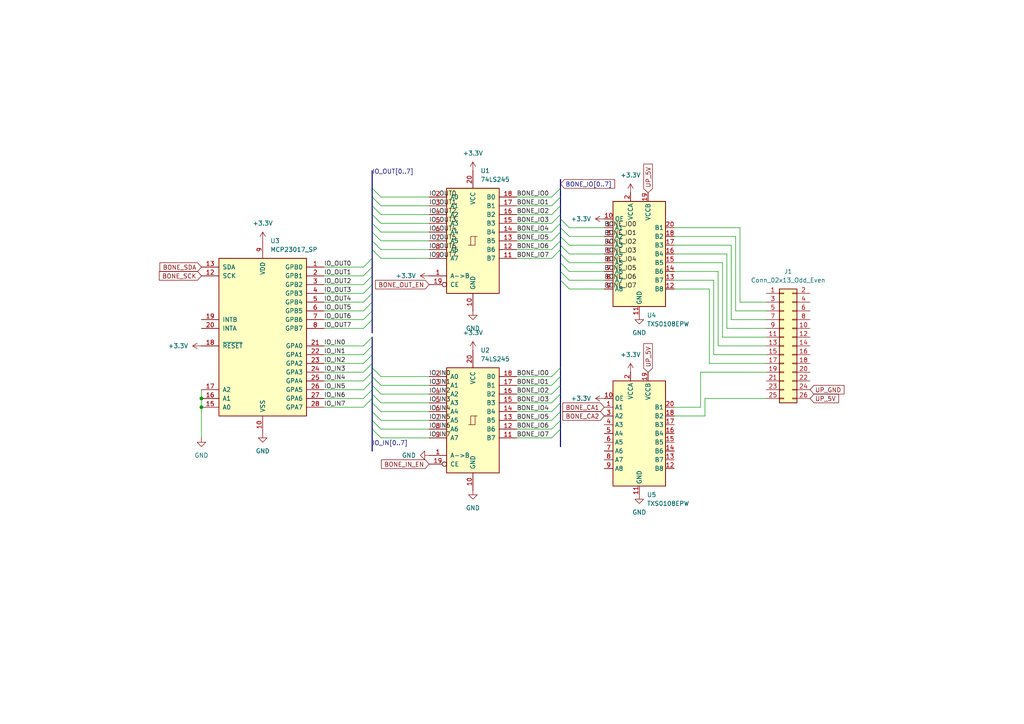
<source format=kicad_sch>
(kicad_sch (version 20231120) (generator "eeschema") (generator_version "8.0")
  (paper "A4")
  (lib_symbols
    (symbol "74xx:74LS245" (pin_names (offset 1.016))
      (property "Reference" "U" (at -7.62 16.51 0))
      (property "Value" "74LS245" (at -7.62 -16.51 0))
      (symbol "74LS245_1_0"
        (polyline (pts (xy -0.635 -1.27) (xy -0.635 1.27) (xy 0.635 1.27)))
        (polyline (pts (xy -1.27 -1.27) (xy 0.635 -1.27) (xy 0.635 1.27) (xy 1.27 1.27)))
        (pin input line (at -12.7 -10.16 0) (length 5.08) (name "A->B") (number "1"))
        (pin power_in line (at 0 -20.32 90) (length 5.08) (name "GND") (number "10"))
        (pin tri_state line (at 12.7 -5.08 180) (length 5.08) (name "B7") (number "11"))
        (pin tri_state line (at 12.7 -2.54 180) (length 5.08) (name "B6") (number "12"))
        (pin tri_state line (at 12.7 0 180) (length 5.08) (name "B5") (number "13"))
        (pin tri_state line (at 12.7 2.54 180) (length 5.08) (name "B4") (number "14"))
        (pin tri_state line (at 12.7 5.08 180) (length 5.08) (name "B3") (number "15"))
        (pin tri_state line (at 12.7 7.62 180) (length 5.08) (name "B2") (number "16"))
        (pin tri_state line (at 12.7 10.16 180) (length 5.08) (name "B1") (number "17"))
        (pin tri_state line (at 12.7 12.7 180) (length 5.08) (name "B0") (number "18"))
        (pin input inverted (at -12.7 -12.7 0) (length 5.08) (name "CE") (number "19"))
        (pin tri_state line (at -12.7 12.7 0) (length 5.08) (name "A0") (number "2"))
        (pin power_in line (at 0 20.32 270) (length 5.08) (name "VCC") (number "20"))
        (pin tri_state line (at -12.7 10.16 0) (length 5.08) (name "A1") (number "3"))
        (pin tri_state line (at -12.7 7.62 0) (length 5.08) (name "A2") (number "4"))
        (pin tri_state line (at -12.7 5.08 0) (length 5.08) (name "A3") (number "5"))
        (pin tri_state line (at -12.7 2.54 0) (length 5.08) (name "A4") (number "6"))
        (pin tri_state line (at -12.7 0 0) (length 5.08) (name "A5") (number "7"))
        (pin tri_state line (at -12.7 -2.54 0) (length 5.08) (name "A6") (number "8"))
        (pin tri_state line (at -12.7 -5.08 0) (length 5.08) (name "A7") (number "9"))
      )
      (symbol "74LS245_1_1"
        (rectangle (start -7.62 15.24) (end 7.62 -15.24) (stroke (width 0.254)) (fill (type background)))
      )
    )
    (symbol "Connector_Generic:Conn_02x13_Odd_Even" (pin_names (offset 1.016) hide)
      (property "Reference" "J" (at 1.27 17.78 0))
      (property "Value" "Conn_02x13_Odd_Even" (at 1.27 -17.78 0))
      (symbol "Conn_02x13_Odd_Even_1_1"
        (rectangle (start -1.27 -15.113) (end 0 -15.367) (stroke (width 0.1524)))
        (rectangle (start -1.27 -12.573) (end 0 -12.827) (stroke (width 0.1524)))
        (rectangle (start -1.27 -10.033) (end 0 -10.287) (stroke (width 0.1524)))
        (rectangle (start -1.27 -7.493) (end 0 -7.747) (stroke (width 0.1524)))
        (rectangle (start -1.27 -4.953) (end 0 -5.207) (stroke (width 0.1524)))
        (rectangle (start -1.27 -2.413) (end 0 -2.667) (stroke (width 0.1524)))
        (rectangle (start -1.27 0.127) (end 0 -0.127) (stroke (width 0.1524)))
        (rectangle (start -1.27 2.667) (end 0 2.413) (stroke (width 0.1524)))
        (rectangle (start -1.27 5.207) (end 0 4.953) (stroke (width 0.1524)))
        (rectangle (start -1.27 7.747) (end 0 7.493) (stroke (width 0.1524)))
        (rectangle (start -1.27 10.287) (end 0 10.033) (stroke (width 0.1524)))
        (rectangle (start -1.27 12.827) (end 0 12.573) (stroke (width 0.1524)))
        (rectangle (start -1.27 15.367) (end 0 15.113) (stroke (width 0.1524)))
        (rectangle (start -1.27 16.51) (end 3.81 -16.51) (stroke (width 0.254)) (fill (type background)))
        (rectangle (start 3.81 -15.113) (end 2.54 -15.367) (stroke (width 0.1524)))
        (rectangle (start 3.81 -12.573) (end 2.54 -12.827) (stroke (width 0.1524)))
        (rectangle (start 3.81 -10.033) (end 2.54 -10.287) (stroke (width 0.1524)))
        (rectangle (start 3.81 -7.493) (end 2.54 -7.747) (stroke (width 0.1524)))
        (rectangle (start 3.81 -4.953) (end 2.54 -5.207) (stroke (width 0.1524)))
        (rectangle (start 3.81 -2.413) (end 2.54 -2.667) (stroke (width 0.1524)))
        (rectangle (start 3.81 0.127) (end 2.54 -0.127) (stroke (width 0.1524)))
        (rectangle (start 3.81 2.667) (end 2.54 2.413) (stroke (width 0.1524)))
        (rectangle (start 3.81 5.207) (end 2.54 4.953) (stroke (width 0.1524)))
        (rectangle (start 3.81 7.747) (end 2.54 7.493) (stroke (width 0.1524)))
        (rectangle (start 3.81 10.287) (end 2.54 10.033) (stroke (width 0.1524)))
        (rectangle (start 3.81 12.827) (end 2.54 12.573) (stroke (width 0.1524)))
        (rectangle (start 3.81 15.367) (end 2.54 15.113) (stroke (width 0.1524)))
        (pin passive line (at -5.08 15.24 0) (length 3.81) (name "Pin_1") (number "1"))
        (pin passive line (at 7.62 5.08 180) (length 3.81) (name "Pin_10") (number "10"))
        (pin passive line (at -5.08 2.54 0) (length 3.81) (name "Pin_11") (number "11"))
        (pin passive line (at 7.62 2.54 180) (length 3.81) (name "Pin_12") (number "12"))
        (pin passive line (at -5.08 0 0) (length 3.81) (name "Pin_13") (number "13"))
        (pin passive line (at 7.62 0 180) (length 3.81) (name "Pin_14") (number "14"))
        (pin passive line (at -5.08 -2.54 0) (length 3.81) (name "Pin_15") (number "15"))
        (pin passive line (at 7.62 -2.54 180) (length 3.81) (name "Pin_16") (number "16"))
        (pin passive line (at -5.08 -5.08 0) (length 3.81) (name "Pin_17") (number "17"))
        (pin passive line (at 7.62 -5.08 180) (length 3.81) (name "Pin_18") (number "18"))
        (pin passive line (at -5.08 -7.62 0) (length 3.81) (name "Pin_19") (number "19"))
        (pin passive line (at 7.62 15.24 180) (length 3.81) (name "Pin_2") (number "2"))
        (pin passive line (at 7.62 -7.62 180) (length 3.81) (name "Pin_20") (number "20"))
        (pin passive line (at -5.08 -10.16 0) (length 3.81) (name "Pin_21") (number "21"))
        (pin passive line (at 7.62 -10.16 180) (length 3.81) (name "Pin_22") (number "22"))
        (pin passive line (at -5.08 -12.7 0) (length 3.81) (name "Pin_23") (number "23"))
        (pin passive line (at 7.62 -12.7 180) (length 3.81) (name "Pin_24") (number "24"))
        (pin passive line (at -5.08 -15.24 0) (length 3.81) (name "Pin_25") (number "25"))
        (pin passive line (at 7.62 -15.24 180) (length 3.81) (name "Pin_26") (number "26"))
        (pin passive line (at -5.08 12.7 0) (length 3.81) (name "Pin_3") (number "3"))
        (pin passive line (at 7.62 12.7 180) (length 3.81) (name "Pin_4") (number "4"))
        (pin passive line (at -5.08 10.16 0) (length 3.81) (name "Pin_5") (number "5"))
        (pin passive line (at 7.62 10.16 180) (length 3.81) (name "Pin_6") (number "6"))
        (pin passive line (at -5.08 7.62 0) (length 3.81) (name "Pin_7") (number "7"))
        (pin passive line (at 7.62 7.62 180) (length 3.81) (name "Pin_8") (number "8"))
        (pin passive line (at -5.08 5.08 0) (length 3.81) (name "Pin_9") (number "9"))
      )
    )
    (symbol "Interface_Expansion:MCP23017_SP" (pin_names (offset 1.016))
      (property "Reference" "U" (at -11.43 24.13 0))
      (property "Value" "MCP23017_SP" (at 0 0 0))
      (symbol "MCP23017_SP_0_1"
        (rectangle (start -12.7 22.86) (end 12.7 -22.86) (stroke (width 0.254)) (fill (type background)))
      )
      (symbol "MCP23017_SP_1_1"
        (pin bidirectional line (at 17.78 20.32 180) (length 5.08) (name "GPB0") (number "1"))
        (pin power_in line (at 0 -27.94 90) (length 5.08) (name "VSS") (number "10"))
        (pin no_connect line (at -12.7 15.24 0) (length 5.08) hide (name "NC") (number "11"))
        (pin input line (at -17.78 17.78 0) (length 5.08) (name "SCK") (number "12"))
        (pin bidirectional line (at -17.78 20.32 0) (length 5.08) (name "SDA") (number "13"))
        (pin no_connect line (at -12.7 12.7 0) (length 5.08) hide (name "NC") (number "14"))
        (pin input line (at -17.78 -20.32 0) (length 5.08) (name "A0") (number "15"))
        (pin input line (at -17.78 -17.78 0) (length 5.08) (name "A1") (number "16"))
        (pin input line (at -17.78 -15.24 0) (length 5.08) (name "A2") (number "17"))
        (pin input line (at -17.78 -2.54 0) (length 5.08) (name "~{RESET}") (number "18"))
        (pin tri_state line (at -17.78 5.08 0) (length 5.08) (name "INTB") (number "19"))
        (pin bidirectional line (at 17.78 17.78 180) (length 5.08) (name "GPB1") (number "2"))
        (pin tri_state line (at -17.78 2.54 0) (length 5.08) (name "INTA") (number "20"))
        (pin bidirectional line (at 17.78 -2.54 180) (length 5.08) (name "GPA0") (number "21"))
        (pin bidirectional line (at 17.78 -5.08 180) (length 5.08) (name "GPA1") (number "22"))
        (pin bidirectional line (at 17.78 -7.62 180) (length 5.08) (name "GPA2") (number "23"))
        (pin bidirectional line (at 17.78 -10.16 180) (length 5.08) (name "GPA3") (number "24"))
        (pin bidirectional line (at 17.78 -12.7 180) (length 5.08) (name "GPA4") (number "25"))
        (pin bidirectional line (at 17.78 -15.24 180) (length 5.08) (name "GPA5") (number "26"))
        (pin bidirectional line (at 17.78 -17.78 180) (length 5.08) (name "GPA6") (number "27"))
        (pin bidirectional line (at 17.78 -20.32 180) (length 5.08) (name "GPA7") (number "28"))
        (pin bidirectional line (at 17.78 15.24 180) (length 5.08) (name "GPB2") (number "3"))
        (pin bidirectional line (at 17.78 12.7 180) (length 5.08) (name "GPB3") (number "4"))
        (pin bidirectional line (at 17.78 10.16 180) (length 5.08) (name "GPB4") (number "5"))
        (pin bidirectional line (at 17.78 7.62 180) (length 5.08) (name "GPB5") (number "6"))
        (pin bidirectional line (at 17.78 5.08 180) (length 5.08) (name "GPB6") (number "7"))
        (pin bidirectional line (at 17.78 2.54 180) (length 5.08) (name "GPB7") (number "8"))
        (pin power_in line (at 0 27.94 270) (length 5.08) (name "VDD") (number "9"))
      )
    )
    (symbol "Logic_LevelTranslator:TXS0108EPW"
      (property "Reference" "U" (at -6.35 16.51 0))
      (property "Value" "TXS0108EPW" (at 3.81 16.51 0))
      (symbol "TXS0108EPW_0_1"
        (rectangle (start -7.62 15.24) (end 7.62 -15.24) (stroke (width 0.254)) (fill (type background)))
      )
      (symbol "TXS0108EPW_1_1"
        (pin bidirectional line (at -10.16 7.62 0) (length 2.54) (name "A1") (number "1"))
        (pin input line (at -10.16 10.16 0) (length 2.54) (name "OE") (number "10"))
        (pin power_in line (at 0 -17.78 90) (length 2.54) (name "GND") (number "11"))
        (pin bidirectional line (at 10.16 -10.16 180) (length 2.54) (name "B8") (number "12"))
        (pin bidirectional line (at 10.16 -7.62 180) (length 2.54) (name "B7") (number "13"))
        (pin bidirectional line (at 10.16 -5.08 180) (length 2.54) (name "B6") (number "14"))
        (pin bidirectional line (at 10.16 -2.54 180) (length 2.54) (name "B5") (number "15"))
        (pin bidirectional line (at 10.16 0 180) (length 2.54) (name "B4") (number "16"))
        (pin bidirectional line (at 10.16 2.54 180) (length 2.54) (name "B3") (number "17"))
        (pin bidirectional line (at 10.16 5.08 180) (length 2.54) (name "B2") (number "18"))
        (pin power_in line (at 2.54 17.78 270) (length 2.54) (name "VCCB") (number "19"))
        (pin power_in line (at -2.54 17.78 270) (length 2.54) (name "VCCA") (number "2"))
        (pin bidirectional line (at 10.16 7.62 180) (length 2.54) (name "B1") (number "20"))
        (pin bidirectional line (at -10.16 5.08 0) (length 2.54) (name "A2") (number "3"))
        (pin bidirectional line (at -10.16 2.54 0) (length 2.54) (name "A3") (number "4"))
        (pin bidirectional line (at -10.16 0 0) (length 2.54) (name "A4") (number "5"))
        (pin bidirectional line (at -10.16 -2.54 0) (length 2.54) (name "A5") (number "6"))
        (pin bidirectional line (at -10.16 -5.08 0) (length 2.54) (name "A6") (number "7"))
        (pin bidirectional line (at -10.16 -7.62 0) (length 2.54) (name "A7") (number "8"))
        (pin bidirectional line (at -10.16 -10.16 0) (length 2.54) (name "A8") (number "9"))
      )
    )
    (symbol "power:+3.3V" (power) (pin_numbers hide) (pin_names (offset 0) hide)
      (property "Value" "+3.3V" (at 0 3.556 0))
      (symbol "+3.3V_0_1"
        (polyline (pts (xy -0.762 1.27) (xy 0 2.54)))
        (polyline (pts (xy 0 0) (xy 0 2.54)))
        (polyline (pts (xy 0 2.54) (xy 0.762 1.27)))
      )
      (symbol "+3.3V_1_1"
        (pin power_in line (at 0 0 90) (length 0) (name "~") (number "1"))
      )
    )
    (symbol "power:GND" (power) (pin_numbers hide) (pin_names (offset 0) hide)
      (property "Value" "GND" (at 0 -3.81 0))
      (symbol "GND_0_1"
        (polyline (pts (xy 0 0) (xy 0 -1.27) (xy 1.27 -1.27) (xy 0 -2.54) (xy -1.27 -1.27) (xy 0 -1.27)))
      )
      (symbol "GND_1_1"
        (pin power_in line (at 0 0 270) (length 0) (name "~") (number "1"))
      )
    )
  )
  (junction (at 58.42 115.57))
  (junction (at 58.42 118.11))
  (bus_entry (at 162.56 73.66) (size 2.54 2.54))
  (bus_entry (at 162.56 69.85) (size -2.54 2.54))
  (bus_entry (at 162.56 68.58) (size 2.54 2.54))
  (bus_entry (at 107.95 100.33) (size -2.54 2.54))
  (bus_entry (at 107.95 115.57) (size -2.54 2.54))
  (bus_entry (at 107.95 62.23) (size 2.54 2.54))
  (bus_entry (at 107.95 57.15) (size 2.54 2.54))
  (bus_entry (at 107.95 87.63) (size -2.54 2.54))
  (bus_entry (at 107.95 64.77) (size 2.54 2.54))
  (bus_entry (at 107.95 59.69) (size 2.54 2.54))
  (bus_entry (at 107.95 80.01) (size -2.54 2.54))
  (bus_entry (at 162.56 116.84) (size -2.54 2.54))
  (bus_entry (at 107.95 107.95) (size -2.54 2.54))
  (bus_entry (at 107.95 82.55) (size -2.54 2.54))
  (bus_entry (at 107.95 113.03) (size -2.54 2.54))
  (bus_entry (at 162.56 106.68) (size -2.54 2.54))
  (bus_entry (at 162.56 124.46) (size -2.54 2.54))
  (bus_entry (at 107.95 72.39) (size 2.54 2.54))
  (bus_entry (at 162.56 64.77) (size -2.54 2.54))
  (bus_entry (at 107.95 67.31) (size 2.54 2.54))
  (bus_entry (at 162.56 119.38) (size -2.54 2.54))
  (bus_entry (at 162.56 76.2) (size 2.54 2.54))
  (bus_entry (at 107.95 121.92) (size 2.54 2.54))
  (bus_entry (at 162.56 114.3) (size -2.54 2.54))
  (bus_entry (at 162.56 71.12) (size 2.54 2.54))
  (bus_entry (at 107.95 105.41) (size -2.54 2.54))
  (bus_entry (at 107.95 109.22) (size 2.54 2.54))
  (bus_entry (at 107.95 116.84) (size 2.54 2.54))
  (bus_entry (at 107.95 124.46) (size 2.54 2.54))
  (bus_entry (at 162.56 121.92) (size -2.54 2.54))
  (bus_entry (at 162.56 67.31) (size -2.54 2.54))
  (bus_entry (at 162.56 81.28) (size 2.54 2.54))
  (bus_entry (at 107.95 54.61) (size 2.54 2.54))
  (bus_entry (at 107.95 111.76) (size 2.54 2.54))
  (bus_entry (at 107.95 92.71) (size -2.54 2.54))
  (bus_entry (at 107.95 74.93) (size -2.54 2.54))
  (bus_entry (at 107.95 114.3) (size 2.54 2.54))
  (bus_entry (at 107.95 102.87) (size -2.54 2.54))
  (bus_entry (at 162.56 63.5) (size 2.54 2.54))
  (bus_entry (at 107.95 90.17) (size -2.54 2.54))
  (bus_entry (at 162.56 54.61) (size -2.54 2.54))
  (bus_entry (at 107.95 97.79) (size -2.54 2.54))
  (bus_entry (at 162.56 109.22) (size -2.54 2.54))
  (bus_entry (at 162.56 62.23) (size -2.54 2.54))
  (bus_entry (at 162.56 72.39) (size -2.54 2.54))
  (bus_entry (at 107.95 110.49) (size -2.54 2.54))
  (bus_entry (at 162.56 57.15) (size -2.54 2.54))
  (bus_entry (at 107.95 77.47) (size -2.54 2.54))
  (bus_entry (at 162.56 59.69) (size -2.54 2.54))
  (bus_entry (at 107.95 119.38) (size 2.54 2.54))
  (bus_entry (at 162.56 66.04) (size 2.54 2.54))
  (bus_entry (at 107.95 85.09) (size -2.54 2.54))
  (bus_entry (at 162.56 111.76) (size -2.54 2.54))
  (bus_entry (at 107.95 69.85) (size 2.54 2.54))
  (bus_entry (at 107.95 106.68) (size 2.54 2.54))
  (bus_entry (at 162.56 78.74) (size 2.54 2.54))
  (bus (pts (xy 162.56 114.3) (xy 162.56 116.84)))
  (wire (pts (xy 93.98 77.47) (xy 105.41 77.47)))
  (wire (pts (xy 110.49 62.23) (xy 124.46 62.23)))
  (wire (pts (xy 110.49 109.22) (xy 124.46 109.22)))
  (bus (pts (xy 162.56 52.07) (xy 162.56 54.61)))
  (bus (pts (xy 107.95 92.71) (xy 107.95 96.52)))
  (wire (pts (xy 207.01 102.87) (xy 207.01 81.28)))
  (wire (pts (xy 210.82 73.66) (xy 195.58 73.66)))
  (wire (pts (xy 165.1 66.04) (xy 175.26 66.04)))
  (bus (pts (xy 162.56 67.31) (xy 162.56 68.58)))
  (wire (pts (xy 58.42 115.57) (xy 58.42 118.11)))
  (bus (pts (xy 107.95 82.55) (xy 107.95 85.09)))
  (wire (pts (xy 93.98 113.03) (xy 105.41 113.03)))
  (bus (pts (xy 107.95 64.77) (xy 107.95 67.31)))
  (wire (pts (xy 204.47 115.57) (xy 204.47 120.65)))
  (wire (pts (xy 208.28 100.33) (xy 208.28 78.74)))
  (bus (pts (xy 162.56 57.15) (xy 162.56 59.69)))
  (wire (pts (xy 110.49 127) (xy 124.46 127)))
  (bus (pts (xy 107.95 102.87) (xy 107.95 105.41)))
  (bus (pts (xy 162.56 69.85) (xy 162.56 71.12)))
  (wire (pts (xy 208.28 78.74) (xy 195.58 78.74)))
  (wire (pts (xy 222.25 115.57) (xy 204.47 115.57)))
  (bus (pts (xy 162.56 124.46) (xy 162.56 129.54)))
  (wire (pts (xy 93.98 95.25) (xy 105.41 95.25)))
  (wire (pts (xy 110.49 116.84) (xy 124.46 116.84)))
  (wire (pts (xy 93.98 102.87) (xy 105.41 102.87)))
  (bus (pts (xy 107.95 85.09) (xy 107.95 87.63)))
  (wire (pts (xy 93.98 85.09) (xy 105.41 85.09)))
  (wire (pts (xy 93.98 100.33) (xy 105.41 100.33)))
  (wire (pts (xy 93.98 105.41) (xy 105.41 105.41)))
  (wire (pts (xy 149.86 74.93) (xy 160.02 74.93)))
  (wire (pts (xy 93.98 118.11) (xy 105.41 118.11)))
  (bus (pts (xy 107.95 67.31) (xy 107.95 69.85)))
  (bus (pts (xy 107.95 107.95) (xy 107.95 109.22)))
  (bus (pts (xy 107.95 69.85) (xy 107.95 72.39)))
  (bus (pts (xy 107.95 74.93) (xy 107.95 77.47)))
  (wire (pts (xy 93.98 92.71) (xy 105.41 92.71)))
  (bus (pts (xy 162.56 62.23) (xy 162.56 63.5)))
  (wire (pts (xy 165.1 73.66) (xy 175.26 73.66)))
  (bus (pts (xy 107.95 121.92) (xy 107.95 124.46)))
  (bus (pts (xy 162.56 76.2) (xy 162.56 78.74)))
  (wire (pts (xy 110.49 111.76) (xy 124.46 111.76)))
  (wire (pts (xy 110.49 57.15) (xy 124.46 57.15)))
  (wire (pts (xy 222.25 100.33) (xy 208.28 100.33)))
  (bus (pts (xy 107.95 106.68) (xy 107.95 107.95)))
  (wire (pts (xy 149.86 111.76) (xy 160.02 111.76)))
  (wire (pts (xy 110.49 119.38) (xy 124.46 119.38)))
  (wire (pts (xy 110.49 69.85) (xy 124.46 69.85)))
  (wire (pts (xy 58.42 118.11) (xy 58.42 127)))
  (wire (pts (xy 165.1 83.82) (xy 175.26 83.82)))
  (wire (pts (xy 149.86 114.3) (xy 160.02 114.3)))
  (wire (pts (xy 165.1 81.28) (xy 175.26 81.28)))
  (wire (pts (xy 93.98 115.57) (xy 105.41 115.57)))
  (bus (pts (xy 162.56 81.28) (xy 162.56 106.68)))
  (wire (pts (xy 205.74 105.41) (xy 205.74 83.82)))
  (wire (pts (xy 110.49 59.69) (xy 124.46 59.69)))
  (wire (pts (xy 212.09 71.12) (xy 195.58 71.12)))
  (wire (pts (xy 149.86 59.69) (xy 160.02 59.69)))
  (wire (pts (xy 205.74 83.82) (xy 195.58 83.82)))
  (wire (pts (xy 204.47 120.65) (xy 195.58 120.65)))
  (wire (pts (xy 222.25 105.41) (xy 205.74 105.41)))
  (wire (pts (xy 93.98 110.49) (xy 105.41 110.49)))
  (wire (pts (xy 222.25 92.71) (xy 212.09 92.71)))
  (bus (pts (xy 162.56 66.04) (xy 162.56 67.31)))
  (wire (pts (xy 110.49 124.46) (xy 124.46 124.46)))
  (wire (pts (xy 110.49 64.77) (xy 124.46 64.77)))
  (wire (pts (xy 213.36 90.17) (xy 213.36 68.58)))
  (wire (pts (xy 149.86 64.77) (xy 160.02 64.77)))
  (wire (pts (xy 203.2 107.95) (xy 203.2 118.11)))
  (wire (pts (xy 149.86 116.84) (xy 160.02 116.84)))
  (wire (pts (xy 222.25 97.79) (xy 209.55 97.79)))
  (bus (pts (xy 107.95 124.46) (xy 107.95 130.81)))
  (wire (pts (xy 149.86 124.46) (xy 160.02 124.46)))
  (wire (pts (xy 212.09 92.71) (xy 212.09 71.12)))
  (bus (pts (xy 107.95 77.47) (xy 107.95 80.01)))
  (bus (pts (xy 162.56 111.76) (xy 162.56 114.3)))
  (bus (pts (xy 107.95 87.63) (xy 107.95 90.17)))
  (wire (pts (xy 93.98 80.01) (xy 105.41 80.01)))
  (wire (pts (xy 110.49 74.93) (xy 124.46 74.93)))
  (wire (pts (xy 93.98 87.63) (xy 105.41 87.63)))
  (bus (pts (xy 162.56 71.12) (xy 162.56 72.39)))
  (bus (pts (xy 107.95 100.33) (xy 107.95 102.87)))
  (wire (pts (xy 165.1 71.12) (xy 175.26 71.12)))
  (bus (pts (xy 107.95 62.23) (xy 107.95 64.77)))
  (bus (pts (xy 162.56 119.38) (xy 162.56 121.92)))
  (bus (pts (xy 107.95 72.39) (xy 107.95 74.93)))
  (bus (pts (xy 162.56 121.92) (xy 162.56 124.46)))
  (bus (pts (xy 162.56 72.39) (xy 162.56 73.66)))
  (bus (pts (xy 107.95 115.57) (xy 107.95 116.84)))
  (bus (pts (xy 107.95 113.03) (xy 107.95 114.3)))
  (wire (pts (xy 110.49 67.31) (xy 124.46 67.31)))
  (wire (pts (xy 222.25 90.17) (xy 213.36 90.17)))
  (bus (pts (xy 107.95 110.49) (xy 107.95 111.76)))
  (wire (pts (xy 165.1 78.74) (xy 175.26 78.74)))
  (bus (pts (xy 107.95 114.3) (xy 107.95 115.57)))
  (bus (pts (xy 107.95 109.22) (xy 107.95 110.49)))
  (wire (pts (xy 149.86 109.22) (xy 160.02 109.22)))
  (bus (pts (xy 107.95 59.69) (xy 107.95 62.23)))
  (bus (pts (xy 162.56 116.84) (xy 162.56 119.38)))
  (bus (pts (xy 162.56 73.66) (xy 162.56 76.2)))
  (wire (pts (xy 58.42 113.03) (xy 58.42 115.57)))
  (wire (pts (xy 149.86 69.85) (xy 160.02 69.85)))
  (wire (pts (xy 165.1 76.2) (xy 175.26 76.2)))
  (bus (pts (xy 162.56 106.68) (xy 162.56 109.22)))
  (wire (pts (xy 213.36 68.58) (xy 195.58 68.58)))
  (wire (pts (xy 149.86 67.31) (xy 160.02 67.31)))
  (wire (pts (xy 93.98 107.95) (xy 105.41 107.95)))
  (bus (pts (xy 107.95 54.61) (xy 107.95 57.15)))
  (bus (pts (xy 107.95 111.76) (xy 107.95 113.03)))
  (wire (pts (xy 222.25 102.87) (xy 207.01 102.87)))
  (wire (pts (xy 210.82 95.25) (xy 210.82 73.66)))
  (bus (pts (xy 107.95 97.79) (xy 107.95 100.33)))
  (wire (pts (xy 207.01 81.28) (xy 195.58 81.28)))
  (wire (pts (xy 149.86 121.92) (xy 160.02 121.92)))
  (wire (pts (xy 110.49 114.3) (xy 124.46 114.3)))
  (bus (pts (xy 107.95 116.84) (xy 107.95 119.38)))
  (wire (pts (xy 149.86 127) (xy 160.02 127)))
  (wire (pts (xy 110.49 72.39) (xy 124.46 72.39)))
  (wire (pts (xy 93.98 90.17) (xy 105.41 90.17)))
  (wire (pts (xy 209.55 97.79) (xy 209.55 76.2)))
  (wire (pts (xy 93.98 82.55) (xy 105.41 82.55)))
  (wire (pts (xy 165.1 68.58) (xy 175.26 68.58)))
  (wire (pts (xy 149.86 119.38) (xy 160.02 119.38)))
  (wire (pts (xy 222.25 107.95) (xy 203.2 107.95)))
  (wire (pts (xy 209.55 76.2) (xy 195.58 76.2)))
  (bus (pts (xy 107.95 49.53) (xy 107.95 54.61)))
  (wire (pts (xy 149.86 72.39) (xy 160.02 72.39)))
  (bus (pts (xy 107.95 105.41) (xy 107.95 106.68)))
  (bus (pts (xy 162.56 59.69) (xy 162.56 62.23)))
  (bus (pts (xy 162.56 64.77) (xy 162.56 66.04)))
  (bus (pts (xy 162.56 78.74) (xy 162.56 81.28)))
  (wire (pts (xy 214.63 87.63) (xy 214.63 66.04)))
  (bus (pts (xy 107.95 90.17) (xy 107.95 92.71)))
  (bus (pts (xy 162.56 68.58) (xy 162.56 69.85)))
  (bus (pts (xy 162.56 54.61) (xy 162.56 57.15)))
  (wire (pts (xy 149.86 62.23) (xy 160.02 62.23)))
  (wire (pts (xy 214.63 66.04) (xy 195.58 66.04)))
  (wire (pts (xy 222.25 87.63) (xy 214.63 87.63)))
  (wire (pts (xy 149.86 57.15) (xy 160.02 57.15)))
  (bus (pts (xy 162.56 63.5) (xy 162.56 64.77)))
  (bus (pts (xy 107.95 119.38) (xy 107.95 121.92)))
  (bus (pts (xy 162.56 109.22) (xy 162.56 111.76)))
  (wire (pts (xy 203.2 118.11) (xy 195.58 118.11)))
  (wire (pts (xy 110.49 121.92) (xy 124.46 121.92)))
  (bus (pts (xy 107.95 57.15) (xy 107.95 59.69)))
  (wire (pts (xy 222.25 95.25) (xy 210.82 95.25)))
  (bus (pts (xy 107.95 80.01) (xy 107.95 82.55)))
  (label "BONE_IO5" (at 149.86 121.92 0))
  (label "BONE_IO3" (at 149.86 64.77 0))
  (label "IO_OUT7" (at 124.46 74.93 0))
  (label "IO_OUT1" (at 124.46 59.69 0))
  (label "BONE_IO7" (at 149.86 127 0))
  (label "BONE_IO4" (at 149.86 67.31 0))
  (label "IO_IN5" (at 93.98 113.03 0))
  (label "IO_OUT6" (at 93.98 92.71 0))
  (label "IO_OUT5" (at 93.98 90.17 0))
  (label "BONE_IO0" (at 175.26 66.04 0))
  (label "BONE_IO4" (at 149.86 119.38 0))
  (label "IO_OUT1" (at 93.98 80.01 0))
  (label "IO_OUT4" (at 93.98 87.63 0))
  (label "IO_OUT2" (at 93.98 82.55 0))
  (label "IO_IN6" (at 93.98 115.57 0))
  (label "IO_OUT[0..7]" (at 107.95 50.8 0))
  (label "IO_OUT2" (at 124.46 62.23 0))
  (label "IO_IN[0..7]" (at 107.95 129.54 0))
  (label "IO_OUT6" (at 124.46 72.39 0))
  (label "IO_IN1" (at 124.46 111.76 0))
  (label "BONE_IO2" (at 149.86 62.23 0))
  (label "IO_IN0" (at 124.46 109.22 0))
  (label "BONE_IO3" (at 175.26 73.66 0))
  (label "BONE_IO6" (at 175.26 81.28 0))
  (label "BONE_IO1" (at 149.86 59.69 0))
  (label "BONE_IO7" (at 175.26 83.82 0))
  (label "IO_IN2" (at 93.98 105.41 0))
  (label "IO_IN1" (at 93.98 102.87 0))
  (label "BONE_IO2" (at 175.26 71.12 0))
  (label "IO_IN3" (at 124.46 116.84 0))
  (label "IO_IN4" (at 124.46 119.38 0))
  (label "IO_IN4" (at 93.98 110.49 0))
  (label "BONE_IO1" (at 149.86 111.76 0))
  (label "BONE_IO6" (at 149.86 124.46 0))
  (label "BONE_IO5" (at 175.26 78.74 0))
  (label "BONE_IO2" (at 149.86 114.3 0))
  (label "BONE_IO0" (at 149.86 109.22 0))
  (label "BONE_IO7" (at 149.86 74.93 0))
  (label "BONE_IO1" (at 175.26 68.58 0))
  (label "BONE_IO3" (at 149.86 116.84 0))
  (label "IO_OUT4" (at 124.46 67.31 0))
  (label "BONE_IO5" (at 149.86 69.85 0))
  (label "IO_IN2" (at 124.46 114.3 0))
  (label "IO_OUT0" (at 93.98 77.47 0))
  (label "IO_OUT5" (at 124.46 69.85 0))
  (label "BONE_IO0" (at 149.86 57.15 0))
  (label "IO_IN6" (at 124.46 124.46 0))
  (label "IO_IN7" (at 124.46 127 0))
  (label "IO_IN3" (at 93.98 107.95 0))
  (label "IO_OUT3" (at 93.98 85.09 0))
  (label "IO_OUT7" (at 93.98 95.25 0))
  (label "IO_IN5" (at 124.46 121.92 0))
  (label "BONE_IO6" (at 149.86 72.39 0))
  (label "IO_OUT3" (at 124.46 64.77 0))
  (label "IO_OUT0" (at 124.46 57.15 0))
  (label "BONE_IO4" (at 175.26 76.2 0))
  (label "IO_IN7" (at 93.98 118.11 0))
  (label "IO_IN0" (at 93.98 100.33 0))
  (global_label "BONE_SCK" (shape input) (at 58.42 80.01 180) (property "Intersheetrefs" "${INTERSHEET_REFS}" (effects (hide yes))))
  (global_label "BONE_IO[0..7]" (shape input) (at 162.56 53.34 0) (property "Intersheetrefs" "${INTERSHEET_REFS}" (effects (hide yes))))
  (global_label "UP_5V" (shape input) (at 187.96 107.95 90) (property "Intersheetrefs" "${INTERSHEET_REFS}" (effects (hide yes))))
  (global_label "BONE_SDA" (shape input) (at 58.42 77.47 180) (property "Intersheetrefs" "${INTERSHEET_REFS}" (effects (hide yes))))
  (global_label "UP_5V" (shape input) (at 234.95 115.57 0) (property "Intersheetrefs" "${INTERSHEET_REFS}" (effects (hide yes))))
  (global_label "BONE_CA2" (shape input) (at 175.26 120.65 180) (property "Intersheetrefs" "${INTERSHEET_REFS}" (effects (hide yes))))
  (global_label "UP_5V" (shape input) (at 187.96 55.88 90) (property "Intersheetrefs" "${INTERSHEET_REFS}" (effects (hide yes))))
  (global_label "UP_GND" (shape input) (at 234.95 113.03 0) (property "Intersheetrefs" "${INTERSHEET_REFS}" (effects (hide yes))))
  (global_label "BONE_IN_EN" (shape input) (at 124.46 134.62 180) (property "Intersheetrefs" "${INTERSHEET_REFS}" (effects (hide yes))))
  (global_label "BONE_CA1" (shape input) (at 175.26 118.11 180) (property "Intersheetrefs" "${INTERSHEET_REFS}" (effects (hide yes))))
  (global_label "BONE_OUT_EN" (shape input) (at 124.46 82.55 180) (property "Intersheetrefs" "${INTERSHEET_REFS}" (effects (hide yes))))
  (symbol (lib_id "power:+3.3V") (at 137.16 49.53 0) (unit 1)
    (property "Reference" "#PWR06" (effects (hide yes)))
    (property "Value" "+3.3V" (at 137.16 44.45 0))
    (property "Description" "Power symbol creates a global label with name \"+3.3V\"" (effects (hide yes)))
  )
  (symbol (lib_id "power:+3.3V") (at 175.26 63.5 90) (unit 1)
    (property "Reference" "#PWR016" (effects (hide yes)))
    (property "Value" "+3.3V" (at 171.45 63.4999 90) (effects (justify left)))
    (property "Description" "Power symbol creates a global label with name \"+3.3V\"" (effects (hide yes)))
  )
  (symbol (lib_id "74xx:74LS245") (at 137.16 121.92 0) (unit 1)
    (property "Reference" "U2" (at 139.3541 101.6 0) (effects (justify left)))
    (property "Value" "74LS245" (at 139.3541 104.14 0) (effects (justify left)))
    (property "Datasheet" "http://www.ti.com/lit/gpn/sn74LS245" (effects (hide yes)))
    (property "Description" "Octal BUS Transceivers, 3-State outputs" (effects (hide yes)))
  )
  (symbol (lib_id "power:+3.3V") (at 182.88 107.95 0) (unit 1)
    (property "Reference" "#PWR013" (effects (hide yes)))
    (property "Value" "+3.3V" (at 182.88 102.87 0))
    (property "Description" "Power symbol creates a global label with name \"+3.3V\"" (effects (hide yes)))
  )
  (symbol (lib_id "Logic_LevelTranslator:TXS0108EPW") (at 185.42 125.73 0) (unit 1)
    (property "Reference" "U5" (at 187.6141 143.51 0) (effects (justify left)))
    (property "Value" "TXS0108EPW" (at 187.6141 146.05 0) (effects (justify left)))
    (property "Footprint" "Package_SO:TSSOP-20_4.4x6.5mm_P0.65mm" (effects (hide yes)))
    (property "Datasheet" "www.ti.com/lit/ds/symlink/txs0108e.pdf" (effects (hide yes)))
    (property "Description" "Bidirectional  level-shifting voltage translator, TSSOP-20" (effects (hide yes)))
  )
  (symbol (lib_id "power:GND") (at 76.2 125.73 0) (unit 1)
    (property "Reference" "#PWR01" (effects (hide yes)))
    (property "Value" "GND" (at 76.2 130.81 0))
    (property "Description" "Power symbol creates a global label with name \"GND\" , ground" (effects (hide yes)))
  )
  (symbol (lib_id "power:GND") (at 185.42 143.51 0) (unit 1)
    (property "Reference" "#PWR014" (effects (hide yes)))
    (property "Value" "GND" (at 185.42 148.59 0))
    (property "Description" "Power symbol creates a global label with name \"GND\" , ground" (effects (hide yes)))
  )
  (symbol (lib_id "Connector_Generic:Conn_02x13_Odd_Even") (at 227.33 100.33 0) (unit 1)
    (property "Reference" "J1" (at 228.6 78.74 0))
    (property "Value" "Conn_02x13_Odd_Even" (at 228.6 81.28 0))
    (property "Description" "Generic connector, double row, 02x13, odd/even pin numbering scheme (row 1 odd numbers, row 2 even numbers), script generated (kicad-library-utils/schlib/autogen/connector/)" (effects (hide yes)))
  )
  (symbol (lib_id "power:GND") (at 137.16 90.17 0) (unit 1)
    (property "Reference" "#PWR02" (effects (hide yes)))
    (property "Value" "GND" (at 137.16 95.25 0))
    (property "Description" "Power symbol creates a global label with name \"GND\" , ground" (effects (hide yes)))
  )
  (symbol (lib_id "power:GND") (at 185.42 91.44 0) (unit 1)
    (property "Reference" "#PWR011" (effects (hide yes)))
    (property "Value" "GND" (at 185.42 96.52 0))
    (property "Description" "Power symbol creates a global label with name \"GND\" , ground" (effects (hide yes)))
  )
  (symbol (lib_id "power:GND") (at 124.46 132.08 270) (unit 1)
    (property "Reference" "#PWR09" (effects (hide yes)))
    (property "Value" "GND" (at 120.65 132.0799 90) (effects (justify right)))
    (property "Description" "Power symbol creates a global label with name \"GND\" , ground" (effects (hide yes)))
  )
  (symbol (lib_id "74xx:74LS245") (at 137.16 69.85 0) (unit 1)
    (property "Reference" "U1" (at 139.3541 49.53 0) (effects (justify left)))
    (property "Value" "74LS245" (at 139.3541 52.07 0) (effects (justify left)))
    (property "Datasheet" "http://www.ti.com/lit/gpn/sn74LS245" (effects (hide yes)))
    (property "Description" "Octal BUS Transceivers, 3-State outputs" (effects (hide yes)))
  )
  (symbol (lib_id "power:GND") (at 58.42 127 0) (unit 1)
    (property "Reference" "#PWR010" (effects (hide yes)))
    (property "Value" "GND" (at 58.42 132.08 0))
    (property "Description" "Power symbol creates a global label with name \"GND\" , ground" (effects (hide yes)))
  )
  (symbol (lib_id "Logic_LevelTranslator:TXS0108EPW") (at 185.42 73.66 0) (unit 1)
    (property "Reference" "U4" (at 187.6141 91.44 0) (effects (justify left)))
    (property "Value" "TXS0108EPW" (at 187.6141 93.98 0) (effects (justify left)))
    (property "Footprint" "Package_SO:TSSOP-20_4.4x6.5mm_P0.65mm" (effects (hide yes)))
    (property "Datasheet" "www.ti.com/lit/ds/symlink/txs0108e.pdf" (effects (hide yes)))
    (property "Description" "Bidirectional  level-shifting voltage translator, TSSOP-20" (effects (hide yes)))
  )
  (symbol (lib_id "Interface_Expansion:MCP23017_SP") (at 76.2 97.79 0) (unit 1)
    (property "Reference" "U3" (at 78.3941 69.85 0) (effects (justify left)))
    (property "Value" "MCP23017_SP" (at 78.3941 72.39 0) (effects (justify left)))
    (property "Footprint" "Package_DIP:DIP-28_W7.62mm" (effects (hide yes)))
    (property "Datasheet" "http://ww1.microchip.com/downloads/en/DeviceDoc/20001952C.pdf" (effects (hide yes)))
    (property "Description" "16-bit I/O expander, I2C, interrupts, w pull-ups, SPDIP-28" (effects (hide yes)))
  )
  (symbol (lib_id "power:+3.3V") (at 182.88 55.88 0) (unit 1)
    (property "Reference" "#PWR012" (effects (hide yes)))
    (property "Value" "+3.3V" (at 182.88 50.8 0))
    (property "Description" "Power symbol creates a global label with name \"+3.3V\"" (effects (hide yes)))
  )
  (symbol (lib_id "power:GND") (at 137.16 142.24 0) (unit 1)
    (property "Reference" "#PWR03" (effects (hide yes)))
    (property "Value" "GND" (at 137.16 147.32 0))
    (property "Description" "Power symbol creates a global label with name \"GND\" , ground" (effects (hide yes)))
  )
  (symbol (lib_id "power:+3.3V") (at 76.2 69.85 0) (unit 1)
    (property "Reference" "#PWR05" (effects (hide yes)))
    (property "Value" "+3.3V" (at 76.2 64.77 0))
    (property "Description" "Power symbol creates a global label with name \"+3.3V\"" (effects (hide yes)))
  )
  (symbol (lib_id "power:+3.3V") (at 58.42 100.33 90) (unit 1)
    (property "Reference" "#PWR04" (effects (hide yes)))
    (property "Value" "+3.3V" (at 54.61 100.3299 90) (effects (justify left)))
    (property "Description" "Power symbol creates a global label with name \"+3.3V\"" (effects (hide yes)))
  )
  (symbol (lib_id "power:+3.3V") (at 137.16 101.6 0) (unit 1)
    (property "Reference" "#PWR07" (effects (hide yes)))
    (property "Value" "+3.3V" (at 137.16 96.52 0))
    (property "Description" "Power symbol creates a global label with name \"+3.3V\"" (effects (hide yes)))
  )
  (symbol (lib_id "power:+3.3V") (at 124.46 80.01 90) (unit 1)
    (property "Reference" "#PWR08" (effects (hide yes)))
    (property "Value" "+3.3V" (at 120.65 80.0099 90) (effects (justify left)))
    (property "Description" "Power symbol creates a global label with name \"+3.3V\"" (effects (hide yes)))
  )
  (symbol (lib_id "power:+3.3V") (at 175.26 115.57 90) (unit 1)
    (property "Reference" "#PWR015" (effects (hide yes)))
    (property "Value" "+3.3V" (at 171.45 115.5699 90) (effects (justify left)))
    (property "Description" "Power symbol creates a global label with name \"+3.3V\"" (effects (hide yes)))
  )
)
</source>
